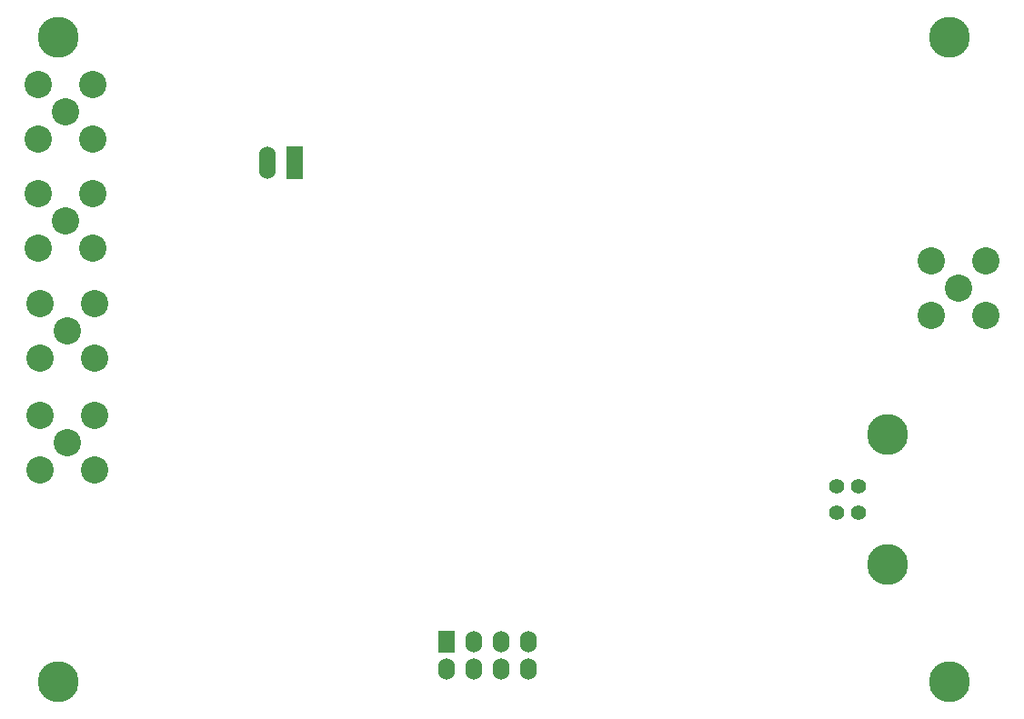
<source format=gbr>
G04 Layer_Color=255*
%FSLAX45Y45*%
%MOMM*%
%TF.FileFunction,Pads,Bot*%
%TF.Part,Single*%
G01*
G75*
%TA.AperFunction,ComponentPad*%
%ADD80C,1.39700*%
%ADD81C,3.81000*%
%ADD82C,3.80000*%
%ADD83R,1.52400X2.03200*%
%ADD84O,1.52400X2.03200*%
%ADD85R,1.52400X3.04800*%
%ADD86O,1.52400X3.04800*%
%ADD87C,2.54000*%
D80*
X7950000Y2319999D02*
D03*
X7750001D02*
D03*
X7749998Y2070000D02*
D03*
X7950000D02*
D03*
D81*
X8221000Y1593001D02*
D03*
Y2797001D02*
D03*
D82*
X8800001Y6500001D02*
D03*
X500000Y6500000D02*
D03*
X8800001Y500001D02*
D03*
X500000Y500000D02*
D03*
D83*
X4119000Y867000D02*
D03*
D84*
Y613000D02*
D03*
X4373000Y867000D02*
D03*
Y613000D02*
D03*
X4627000Y867000D02*
D03*
Y613000D02*
D03*
X4881000Y867000D02*
D03*
Y613000D02*
D03*
D85*
X2700000Y5330000D02*
D03*
D86*
X2446000D02*
D03*
D87*
X568602Y5804203D02*
D03*
X314602Y6058203D02*
D03*
Y5550203D02*
D03*
X822602D02*
D03*
Y6058203D02*
D03*
X583600Y2724201D02*
D03*
X329600Y2978201D02*
D03*
Y2470201D02*
D03*
X837600D02*
D03*
Y2978201D02*
D03*
X573602Y4789203D02*
D03*
X319602Y5043203D02*
D03*
Y4535203D02*
D03*
X827602D02*
D03*
Y5043203D02*
D03*
X583601Y3769202D02*
D03*
X329601Y4023202D02*
D03*
Y3515202D02*
D03*
X837601D02*
D03*
Y4023202D02*
D03*
X8885000Y4160000D02*
D03*
X8631000Y4414000D02*
D03*
Y3906000D02*
D03*
X9139000D02*
D03*
Y4414000D02*
D03*
%TF.MD5,668574cd53af2cb86de92899e359c86c*%
M02*

</source>
